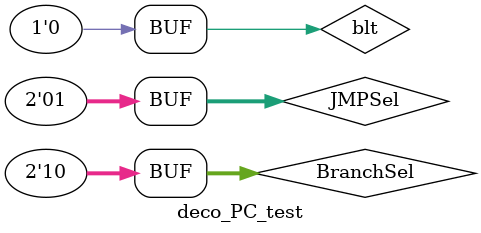
<source format=sv>
`timescale 1 ps / 1 ps
module deco_PC_test();
	
	logic [1:0] BranchSel, JMPSel, NextInstrSel;
	logic eq, blt;
	
	deco_PC DUT (BranchSel, eq, blt, JMPSel, NextInstrSel);
	
	initial begin
		
		BranchSel = 2'b0;
		JMPSel = 2'b0;
		blt = 1'b1;
		
		
		#10 JMPSel = 2'b01;

		
		
		#10 BranchSel = 2'b10;
		
		#10 blt = 1'b0;
	
	end
	

endmodule 
</source>
